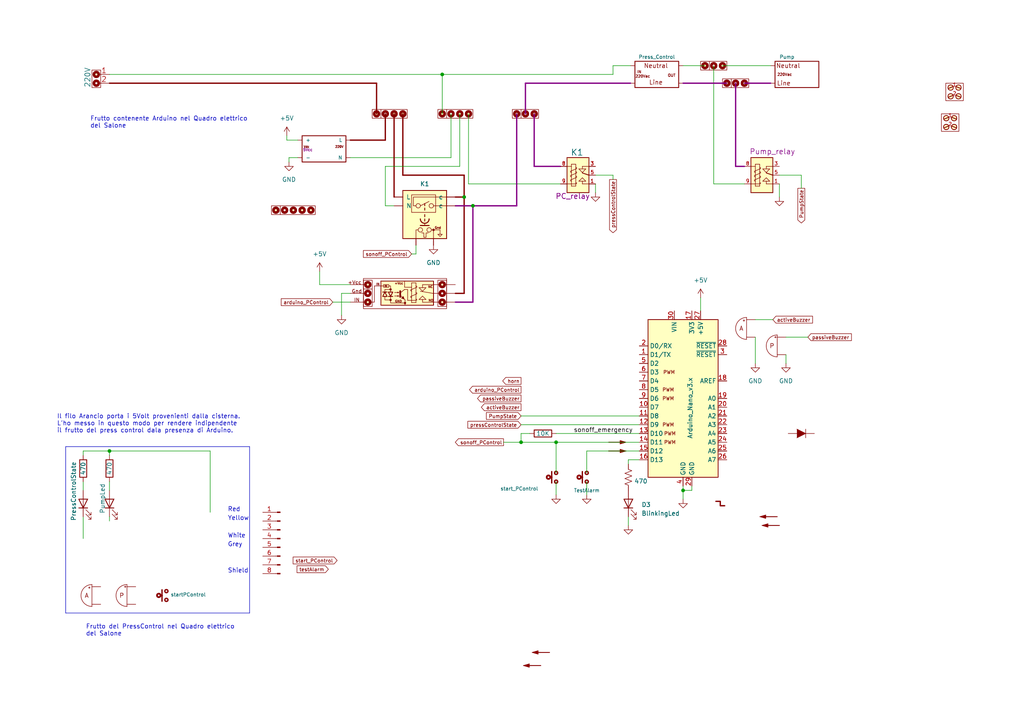
<source format=kicad_sch>
(kicad_sch (version 20231120) (generator "eeschema") (generator_version "8.0")
  (paper "A4")
  (title_block (title "Allarme per pompa cisterna") (date "2020-02-16") (rev "1.1") (comment 2 "Esaurito un determinato tempo Arduino provvede direttamente a spegnere la pompa") (comment 3 "Il tutto prosegue fino a che la pompa si spegne") (comment 4 "Quando la pompa si accende Arduino provvede ad emettere dei suoni "))
  (lib_symbols
    (symbol "Connector:Conn_01x08_Pin" (pin_names (offset 1.016) hide)
      (property "Reference" "J" (at 0 10.16 0))
      (property "Value" "Conn_01x08_Pin" (at 0 -12.7 0))
      (symbol "Conn_01x08_Pin_1_1"
        (polyline (pts (xy 1.27 -10.16) (xy 0.8636 -10.16)) (stroke (width 0.1524)))
        (polyline (pts (xy 1.27 -7.62) (xy 0.8636 -7.62)) (stroke (width 0.1524)))
        (polyline (pts (xy 1.27 -5.08) (xy 0.8636 -5.08)) (stroke (width 0.1524)))
        (polyline (pts (xy 1.27 -2.54) (xy 0.8636 -2.54)) (stroke (width 0.1524)))
        (polyline (pts (xy 1.27 0) (xy 0.8636 0)) (stroke (width 0.1524)))
        (polyline (pts (xy 1.27 2.54) (xy 0.8636 2.54)) (stroke (width 0.1524)))
        (polyline (pts (xy 1.27 5.08) (xy 0.8636 5.08)) (stroke (width 0.1524)))
        (polyline (pts (xy 1.27 7.62) (xy 0.8636 7.62)) (stroke (width 0.1524)))
        (rectangle (start 0.8636 -10.033) (end 0 -10.287) (stroke (width 0.1524)) (fill (type outline)))
        (rectangle (start 0.8636 -7.493) (end 0 -7.747) (stroke (width 0.1524)) (fill (type outline)))
        (rectangle (start 0.8636 -4.953) (end 0 -5.207) (stroke (width 0.1524)) (fill (type outline)))
        (rectangle (start 0.8636 -2.413) (end 0 -2.667) (stroke (width 0.1524)) (fill (type outline)))
        (rectangle (start 0.8636 0.127) (end 0 -0.127) (stroke (width 0.1524)) (fill (type outline)))
        (rectangle (start 0.8636 2.667) (end 0 2.413) (stroke (width 0.1524)) (fill (type outline)))
        (rectangle (start 0.8636 5.207) (end 0 4.953) (stroke (width 0.1524)) (fill (type outline)))
        (rectangle (start 0.8636 7.747) (end 0 7.493) (stroke (width 0.1524)) (fill (type outline)))
        (pin passive line (at 5.08 7.62 180) (length 3.81) (name "Pin_1") (number "1"))
        (pin passive line (at 5.08 5.08 180) (length 3.81) (name "Pin_2") (number "2"))
        (pin passive line (at 5.08 2.54 180) (length 3.81) (name "Pin_3") (number "3"))
        (pin passive line (at 5.08 0 180) (length 3.81) (name "Pin_4") (number "4"))
        (pin passive line (at 5.08 -2.54 180) (length 3.81) (name "Pin_5") (number "5"))
        (pin passive line (at 5.08 -5.08 180) (length 3.81) (name "Pin_6") (number "6"))
        (pin passive line (at 5.08 -7.62 180) (length 3.81) (name "Pin_7") (number "7"))
        (pin passive line (at 5.08 -10.16 180) (length 3.81) (name "Pin_8") (number "8"))
      )
    )
    (symbol "Device:LED" (pin_numbers hide) (pin_names (offset 1.016) hide)
      (property "Reference" "D" (at 0 2.54 0))
      (property "Value" "LED" (at 0 -2.54 0))
      (symbol "LED_0_1"
        (polyline (pts (xy -1.27 -1.27) (xy -1.27 1.27)) (stroke (width 0.254)))
        (polyline (pts (xy -1.27 0) (xy 1.27 0)))
        (polyline (pts (xy 1.27 -1.27) (xy 1.27 1.27) (xy -1.27 0) (xy 1.27 -1.27)) (stroke (width 0.254)))
        (polyline (pts (xy -3.048 -0.762) (xy -4.572 -2.286) (xy -3.81 -2.286) (xy -4.572 -2.286) (xy -4.572 -1.524)))
        (polyline (pts (xy -1.778 -0.762) (xy -3.302 -2.286) (xy -2.54 -2.286) (xy -3.302 -2.286) (xy -3.302 -1.524)))
      )
      (symbol "LED_1_1"
        (pin passive line (at -3.81 0 0) (length 2.54) (name "K") (number "1"))
        (pin passive line (at 3.81 0 180) (length 2.54) (name "A") (number "2"))
      )
    )
    (symbol "Device:R" (pin_numbers hide) (pin_names (offset 0))
      (property "Reference" "R" (at 2.032 0 90))
      (property "Value" "R" (at 0 0 90))
      (symbol "R_0_1"
        (rectangle (start -1.016 -2.54) (end 1.016 2.54) (stroke (width 0.254)))
      )
      (symbol "R_1_1"
        (pin passive line (at 0 3.81 270) (length 1.27) (name "~") (number "1"))
        (pin passive line (at 0 -3.81 90) (length 1.27) (name "~") (number "2"))
      )
    )
    (symbol "Device:R_US" (pin_numbers hide) (pin_names (offset 0))
      (property "Reference" "R" (at 2.54 0 90))
      (property "Value" "R_US" (at -2.54 0 90))
      (symbol "R_US_0_1"
        (polyline (pts (xy 0 -2.286) (xy 0 -2.54)))
        (polyline (pts (xy 0 2.286) (xy 0 2.54)))
        (polyline (pts (xy 0 -0.762) (xy 1.016 -1.143) (xy 0 -1.524) (xy -1.016 -1.905) (xy 0 -2.286)))
        (polyline (pts (xy 0 0.762) (xy 1.016 0.381) (xy 0 0) (xy -1.016 -0.381) (xy 0 -0.762)))
        (polyline (pts (xy 0 2.286) (xy 1.016 1.905) (xy 0 1.524) (xy -1.016 1.143) (xy 0 0.762)))
      )
      (symbol "R_US_1_1"
        (pin passive line (at 0 3.81 270) (length 1.27) (name "~") (number "1"))
        (pin passive line (at 0 -3.81 90) (length 1.27) (name "~") (number "2"))
      )
    )
    (symbol "Graphic:SYM_Arrow_Normal" (pin_names (offset 1.016))
      (symbol "SYM_Arrow_Normal_0_1"
        (polyline (pts (xy 1.524 0) (xy -2.54 0)) (stroke (width 0.254)))
        (polyline (pts (xy 2.54 0) (xy 0.762 -0.508) (xy 0.762 0.508) (xy 2.54 0)) (fill (type outline)))
      )
    )
    (symbol "LnConnectors:CONN_02" (pin_names (offset 0.762) hide)
      (property "Reference" "J" (at 0 8.89 0))
      (property "Value" "CONN_02" (at 0 5.08 0))
      (symbol "CONN_02_0_1"
        (rectangle (start -1.27 7.62) (end 1.27 2.54))
        (circle (center 0 3.81) (radius 0.6858) (stroke (width 0.762)))
        (circle (center 0 6.35) (radius 0.6858) (stroke (width 0.762)) (fill (type background)))
      )
      (symbol "CONN_02_1_1"
        (pin passive line (at 3.81 6.35 180) (length 3.175) (name "1") (number "1"))
        (pin passive line (at 3.81 3.81 180) (length 3.175) (name "2") (number "2"))
      )
    )
    (symbol "LnDevice:Alimentatore" (pin_names (offset 1.016))
      (property "Reference" "Al" (at 0 1.905 0))
      (property "Value" "Alimentatore" (at 0 -2.54 0))
      (symbol "Alimentatore_0_0"
        (text "Vdc" (at 5.08 0.635 0) (effects (font (size 0.635 0.635))))
      )
      (symbol "Alimentatore_0_1"
        (rectangle (start -6.35 3.81) (end 6.35 -3.81) (stroke (width 0.254)))
        (pin power_out line (at 7.62 2.54 180) (length 1.27) (name "+") (number "~"))
        (pin power_out line (at 7.62 -2.54 180) (length 1.27) (name "-") (number "~"))
        (pin power_in line (at -7.62 2.54 0) (length 1.27) (name "L") (number "~"))
        (pin power_in line (at -7.62 -2.54 0) (length 1.27) (name "N") (number "~"))
      )
      (symbol "Alimentatore_1_0"
        (text "220V" (at -4.445 0.635 0) (effects (font (size 0.635 0.635))))
      )
    )
    (symbol "LnDevice:Edge" (pin_numbers hide) (pin_names (offset 0))
      (symbol "Edge_0_1"
        (polyline (pts (xy -1.27 1.905) (xy 0 1.905) (xy 0 0.635) (xy 1.27 0.635)) (stroke (width 0.381)))
      )
    )
    (symbol "LnDevice:PulsanteNO" (pin_numbers hide) (pin_names (offset 1.016) hide)
      (property "Reference" "SW" (at 3.81 2.794 0))
      (property "Value" "PulsanteNO" (at 0 -2.032 0))
      (symbol "PulsanteNO_0_1"
        (circle (center -1.27 0) (radius 0.4572) (stroke (width 0.381)))
        (polyline (pts (xy -1.651 1.27) (xy 1.651 1.27)) (stroke (width 0.381)))
        (polyline (pts (xy 0 1.651) (xy 0 1.27)) (stroke (width 0.508)))
        (circle (center 0.0254 2.2098) (radius 0.508) (stroke (width 0.508)))
        (circle (center 1.27 0) (radius 0.4572) (stroke (width 0.381)))
        (pin passive line (at -1.27 0 0) (length 0.0254) (name "1") (number "1"))
        (pin passive line (at 1.27 0 180) (length 0.0254) (name "2") (number "2"))
      )
    )
    (symbol "LnDevice:RELAY_1RT" (pin_names (offset 1.016) hide)
      (property "Reference" "K" (at -1.27 5.08 0))
      (property "Value" "RELAY_1RT" (at 0 -5.08 0))
      (symbol "RELAY_1RT_0_1"
        (rectangle (start -3.175 6.35) (end 3.175 -3.81) (stroke (width 0.254)) (fill (type background)))
        (polyline (pts (xy -3.175 -1.27) (xy -1.905 -1.27)))
        (polyline (pts (xy -3.175 3.81) (xy -1.905 3.81)))
        (polyline (pts (xy -1.905 4.445) (xy -1.905 -1.905)))
        (polyline (pts (xy -1.905 4.445) (xy -0.635 4.445)))
        (polyline (pts (xy -0.635 -1.905) (xy -1.905 -1.905)))
        (polyline (pts (xy -0.635 4.445) (xy -0.635 -1.905)))
        (polyline (pts (xy 0.254 -0.4826) (xy 2.2606 -0.4826)))
        (polyline (pts (xy 0.254 3.0734) (xy 2.2606 3.0734)))
        (polyline (pts (xy 1.27 -1.27) (xy 1.27 -0.762)))
        (polyline (pts (xy 1.27 -0.762) (xy 1.27 -0.4826)))
        (polyline (pts (xy 1.27 0.508) (xy 0.254 -0.4826)))
        (polyline (pts (xy 1.27 1.905) (xy 3.175 1.27)) (stroke (width 0.254)))
        (polyline (pts (xy 1.27 2.032) (xy 0.254 3.0734)))
        (polyline (pts (xy 1.27 3.81) (xy 1.27 3.175)))
        (polyline (pts (xy 1.27 3.81) (xy 3.175 3.81)))
        (polyline (pts (xy 2.2606 -0.4826) (xy 1.27 0.508)))
        (polyline (pts (xy 2.2606 3.0734) (xy 1.27 2.032)))
        (polyline (pts (xy 3.175 -1.27) (xy 1.27 -1.27)))
        (polyline (pts (xy -1.905 -1.27) (xy -0.635 -1.27) (xy -0.381 -1.143) (xy -0.381 -1.016) (xy -0.635 -0.889)))
        (polyline (pts (xy -1.905 -0.508) (xy -2.159 -0.381) (xy -2.159 -0.127) (xy -0.381 0.635) (xy -0.381 0.889) (xy -0.635 1.016)))
        (polyline (pts (xy -1.905 0.762) (xy -2.159 0.889) (xy -2.159 1.143) (xy -0.381 1.905) (xy -0.381 2.159) (xy -0.635 2.286)))
        (polyline (pts (xy -1.905 2.032) (xy -2.159 2.159) (xy -2.159 2.413) (xy -0.381 3.175) (xy -0.381 3.429) (xy -0.635 3.556)))
      )
      (symbol "RELAY_1RT_1_1"
        (pin passive line (at 5.08 -1.27 180) (length 1.905) (name "T1") (number "1"))
        (pin passive line (at 5.08 3.81 180) (length 1.905) (name "R1") (number "3"))
        (pin passive line (at 5.08 1.27 180) (length 1.905) (name "C1") (number "5"))
        (pin input line (at -5.08 3.81 0) (length 1.905) (name "8") (number "8"))
        (pin input line (at -5.08 -1.27 0) (length 1.905) (name "9") (number "9"))
      )
    )
    (symbol "lnConnectors:Mammuth_02a" (pin_names (offset 0.762) hide)
      (property "Reference" "MM" (at 1.27 3.81 0))
      (property "Value" "Mammuth_02a" (at 1.27 2.54 0))
      (symbol "Mammuth_02a_0_1"
        (circle (center -1.143 -2.54) (radius 0.762) (stroke (width 0.254)) (fill (type background)))
        (circle (center -1.143 0) (radius 0.762) (stroke (width 0.254)) (fill (type background)))
        (polyline (pts (xy -0.508 -2.286) (xy -1.778 -2.794)) (stroke (width 0.254)))
        (polyline (pts (xy -0.508 0.254) (xy -1.778 -0.254)) (stroke (width 0.254)))
        (polyline (pts (xy 0.508 -2.286) (xy 1.778 -2.794)) (stroke (width 0.254)))
        (polyline (pts (xy 0.508 0.254) (xy 1.778 -0.254)) (stroke (width 0.254)))
        (polyline (pts (xy -2.54 1.27) (xy 2.54 1.27) (xy 2.54 -3.81) (xy -2.54 -3.81) (xy -2.54 1.27)))
        (circle (center 1.143 -2.54) (radius 0.762) (stroke (width 0.254)) (fill (type background)))
        (circle (center 1.143 0) (radius 0.762) (stroke (width 0.254)) (fill (type background)))
      )
      (symbol "Mammuth_02a_1_1"
        (pin passive line (at 0 0 0) (length 0) (name "1") (number "1"))
        (pin passive line (at 0 -2.54 0) (length 0) (name "2") (number "2"))
      )
    )
    (symbol "lnConnectors:SIP_03" (pin_names (offset 0.762) hide)
      (property "Reference" "J" (at 0 8.89 0))
      (property "Value" "SIP_03" (at 0 -1.27 0))
      (symbol "SIP_03_0_1"
        (rectangle (start -1.27 7.62) (end 1.27 0))
        (polyline (pts (xy -1.27 5.08) (xy 1.27 5.08)))
        (circle (center 0 1.27) (radius 0.6858) (stroke (width 0.762)) (fill (type background)))
        (circle (center 0 3.81) (radius 0.6858) (stroke (width 0.762)))
        (circle (center 0 6.35) (radius 0.6858) (stroke (width 0.762)) (fill (type background)))
      )
      (symbol "SIP_03_1_1"
        (pin passive line (at 0 6.35 180) (length 0) hide (name "1") (number "1"))
        (pin passive line (at 0 3.81 180) (length 0) hide (name "2") (number "2"))
        (pin passive line (at 0 1.27 180) (length 0) hide (name "3") (number "3"))
      )
    )
    (symbol "lnConnectors:SIP_04" (pin_names (offset 0.762) hide)
      (property "Reference" "J" (at 0 8.89 0))
      (property "Value" "SIP_04" (at 0 -3.81 0))
      (symbol "SIP_04_0_1"
        (rectangle (start -1.27 7.62) (end 1.27 -2.54))
        (circle (center 0 -1.27) (radius 0.6858) (stroke (width 0.762)) (fill (type background)))
        (polyline (pts (xy -1.27 5.08) (xy 1.27 5.08)))
        (circle (center 0 1.27) (radius 0.6858) (stroke (width 0.762)) (fill (type background)))
        (circle (center 0 3.81) (radius 0.6858) (stroke (width 0.762)))
        (circle (center 0 6.35) (radius 0.6858) (stroke (width 0.762)) (fill (type background)))
      )
      (symbol "SIP_04_1_1"
        (pin passive line (at 0 6.35 180) (length 0) hide (name "1") (number "1"))
        (pin passive line (at 0 3.81 180) (length 0) hide (name "2") (number "2"))
        (pin passive line (at 0 1.27 180) (length 0) hide (name "3") (number "3"))
        (pin passive line (at 0 -1.27 180) (length 0) hide (name "4") (number "4"))
      )
    )
    (symbol "lnConnectors:SIP_05" (pin_names (offset 0.762) hide)
      (property "Reference" "J" (at 0 8.89 0))
      (property "Value" "SIP_05" (at 0.381 -8.763 0))
      (symbol "SIP_05_0_1"
        (rectangle (start -1.27 6.35) (end 1.27 -6.35))
        (circle (center 0 -5.08) (radius 0.6858) (stroke (width 0.762)) (fill (type background)))
        (circle (center 0 -2.54) (radius 0.6858) (stroke (width 0.762)) (fill (type background)))
        (polyline (pts (xy -1.27 3.81) (xy 1.27 3.81)))
        (circle (center 0 0) (radius 0.6858) (stroke (width 0.762)) (fill (type background)))
        (circle (center 0 2.54) (radius 0.6858) (stroke (width 0.762)))
        (circle (center 0 5.08) (radius 0.6858) (stroke (width 0.762)) (fill (type background)))
      )
      (symbol "SIP_05_1_1"
        (pin passive line (at 0 5.08 180) (length 0) hide (name "1") (number "1"))
        (pin passive line (at 0 2.54 180) (length 0) hide (name "2") (number "2"))
        (pin passive line (at 0 0 180) (length 0) hide (name "3") (number "3"))
        (pin passive line (at 0 -2.54 180) (length 0) hide (name "4") (number "4"))
        (pin passive line (at 0 -5.08 180) (length 0) hide (name "5") (number "5"))
      )
    )
    (symbol "lnDevice:Buzzer Active" (pin_names (offset 0.0254) hide)
      (property "Reference" "BZ" (at 3.81 1.27 0))
      (property "Value" "Buzzer Active" (at 3.81 -1.27 0))
      (symbol "Buzzer Active_0_1"
        (arc (start 0 -3.175) (mid 3.1612 0) (end 0 3.175))
        (polyline (pts (xy 0 3.175) (xy 0 -3.175)))
        (polyline (pts (xy 0.508 2.286) (xy 1.016 2.286)))
        (polyline (pts (xy 0.762 2.54) (xy 0.762 2.032)))
      )
      (symbol "Buzzer Active_1_1"
        (text "A" (at 1.524 0 0) (effects (font (size 1.27 1.27))))
        (pin power_in line (at -2.54 2.54 0) (length 2.54) (name "+") (number ""))
        (pin power_in line (at -2.54 -2.54 0) (length 2.54) (name "-") (number ""))
      )
    )
    (symbol "lnDevice:Buzzer Passive" (pin_names (offset 0.0254) hide)
      (property "Reference" "BZ" (at 3.81 1.27 0))
      (property "Value" "Buzzer" (at 3.81 -1.27 0))
      (symbol "Buzzer Passive_0_1"
        (arc (start 0 -3.175) (mid 3.1612 0) (end 0 3.175))
        (polyline (pts (xy 0 3.175) (xy 0 -3.175)))
        (polyline (pts (xy 0.254 2.54) (xy 0.762 2.54)))
        (polyline (pts (xy 0.508 2.794) (xy 0.508 2.286)))
      )
      (symbol "Buzzer Passive_1_1"
        (text "P" (at 1.524 0 0) (effects (font (size 1.27 1.27))))
        (pin power_in line (at -2.54 2.54 0) (length 2.54) (name "+") (number ""))
        (pin power_in line (at -2.54 -2.54 0) (length 2.54) (name "-") (number ""))
      )
    )
    (symbol "lnDevice:Press_Control" (pin_names (offset 1.016) hide)
      (property "Value" "Press_Control" (at 6.858 7.112 0))
      (symbol "Press_Control_0_0"
        (text "Line" (at 7.366 0.254 0) (effects (font (size 1.27 1.27))))
        (text "Neutral" (at 7.366 5.08 0) (effects (font (size 1.27 1.27))))
      )
      (symbol "Press_Control_0_1"
        (rectangle (start 13.97 -1.27) (end 1.27 6.35) (stroke (width 0.254)))
        (pin input line (at 0 0 0) (length 1.27) (name "1") (number "~"))
      )
      (symbol "Press_Control_1_1"
        (text "220Vac" (at 3.556 2.032 0) (effects (font (size 0.762 0.762))))
        (text "IN" (at 2.54 3.302 0) (effects (font (size 0.762 0.762))))
        (text "OUT" (at 11.938 2.286 0) (effects (font (size 0.762 0.762))))
        (pin output line (at 15.24 0 180) (length 1.27) (name "1") (number "~"))
        (pin input line (at 0 5.08 0) (length 1.27) (name "2") (number "~"))
        (pin output line (at 15.24 5.08 180) (length 1.27) (name "2") (number "~"))
      )
    )
    (symbol "lnDevice:Pump" (pin_names (offset 1.016) hide)
      (property "Reference" "P" (at 10.16 3.81 0))
      (property "Value" "Pump" (at 7.874 7.112 0))
      (symbol "Pump_0_0"
        (text "Line" (at 3.81 0 0) (effects (font (size 1.27 1.27))))
        (text "Neutral" (at 5.08 5.08 0) (effects (font (size 1.27 1.27))))
      )
      (symbol "Pump_0_1"
        (rectangle (start 13.97 -1.27) (end 1.27 6.35) (stroke (width 0.254)))
        (pin input line (at 0 0 0) (length 1.27) (name "1") (number "~"))
      )
      (symbol "Pump_1_1"
        (text "220Vac" (at 4.064 2.54 0) (effects (font (size 0.762 0.762))))
        (pin input line (at 0 5.08 0) (length 1.27) (name "2") (number "~"))
      )
    )
    (symbol "lnDevice:Relayx1_Module" (pin_numbers hide) (pin_names (offset -4.572) hide)
      (symbol "Relayx1_Module_0_0"
        (rectangle (start -1.27 1.778) (end 22.86 -6.985))
        (polyline (pts (xy 10.668 -0.762) (xy 10.668 0.889)))
        (polyline (pts (xy 10.795 -4.445) (xy 10.795 -5.969)))
        (polyline (pts (xy 19.05 -5.08) (xy 20.701 -5.08)))
        (polyline (pts (xy 19.05 -2.54) (xy 20.828 -2.54)))
        (polyline (pts (xy 19.05 0) (xy 20.955 0)))
        (polyline (pts (xy 6.604 -3.429) (xy 6.604 -5.334) (xy 10.795 -5.334)))
        (polyline (pts (xy 6.604 -2.159) (xy 6.604 -0.381) (xy 6.096 -0.381)))
        (polyline (pts (xy 10.668 -1.397) (xy 11.557 -1.397) (xy 11.557 -4.572)))
        (polyline (pts (xy 0.635 -5.08) (xy 1.905 -5.08) (xy 1.905 -0.381) (xy 4.572 -0.381)))
        (polyline (pts (xy 6.096 0) (xy 6.096 -0.762) (xy 4.572 -0.762) (xy 4.572 0) (xy 6.096 0)))
        (text "" (at -26.5047 -7.2227 0) (effects (font (size 1.27 1.27))))
        (text "IN" (at 2.921 0.127 0) (effects (font (size 0.635 0.635))))
        (text "NC" (at 18.161 -0.635 0) (effects (font (size 0.635 0.635))))
        (text "NO" (at 18.288 -4.572 0) (effects (font (size 0.635 0.635))))
        (text "R" (at 5.334 -0.381 900) (effects (font (size 0.635 0.635))))
      )
      (symbol "Relayx1_Module_0_1"
        (rectangle (start -1.27 1.27) (end 1.27 -6.35))
        (circle (center 0 -5.08) (radius 0.6858) (stroke (width 0.762)) (fill (type background)))
        (circle (center 0 -2.54) (radius 0.6858) (stroke (width 0.762)))
        (polyline (pts (xy -1.27 -1.27) (xy 1.27 -1.27)))
        (polyline (pts (xy 15.24 -1.9304) (xy 19.05 -2.5654)))
        (polyline (pts (xy 4.953 -3.429) (xy 4.953 -4.445) (xy 6.604 -4.445)))
        (polyline (pts (xy 4.953 -2.159) (xy 4.953 -1.397) (xy 6.604 -1.397)))
        (circle (center 0 0) (radius 0.6858) (stroke (width 0.762)) (fill (type background)))
        (rectangle (start 20.32 1.27) (end 22.86 -6.35))
        (circle (center 21.59 -5.08) (radius 0.6858) (stroke (width 0.762)) (fill (type background)))
        (circle (center 21.59 -2.54) (radius 0.6858) (stroke (width 0.762)))
        (circle (center 21.59 0) (radius 0.6858) (stroke (width 0.762)) (fill (type background)))
      )
      (symbol "Relayx1_Module_1_0"
        (text "+Vcc" (at 9.017 0.381 0) (effects (font (size 0.635 0.635))))
        (text "+Vcc\n" (at -3.81 0.635 0) (effects (font (size 1.016 1.016))))
        (text "GND" (at 8.89 -4.826 0) (effects (font (size 0.635 0.635))))
        (text "Gnd\n" (at -3.175 -1.905 0) (effects (font (size 1.016 1.016))))
        (text "IN" (at -3.175 -4.445 0) (effects (font (size 1.016 1.016))))
      )
      (symbol "Relayx1_Module_1_1"
        (polyline (pts (xy 4.318 -2.159) (xy 5.588 -2.159)) (stroke (width 0.254)))
        (polyline (pts (xy 5.969 -3.429) (xy 7.239 -3.429)) (stroke (width 0.254)))
        (polyline (pts (xy 9.398 -2.413) (xy 10.668 -1.397)))
        (polyline (pts (xy 10.668 -0.762) (xy 12.7 -0.762)))
        (polyline (pts (xy 10.795 -4.445) (xy 9.525 -3.175)) (fill (type outline)))
        (polyline (pts (xy 11.557 -4.572) (xy 12.7 -4.572)))
        (polyline (pts (xy 12.7 0.508) (xy 12.7 -5.207)))
        (polyline (pts (xy 12.7 0.508) (xy 13.97 0.508)))
        (polyline (pts (xy 13.97 -5.207) (xy 12.7 -5.207)))
        (polyline (pts (xy 13.97 0.508) (xy 13.97 -5.207)))
        (polyline (pts (xy 14.859 -4.318) (xy 16.8656 -4.318)))
        (polyline (pts (xy 14.859 -0.889) (xy 16.8656 -0.889)))
        (polyline (pts (xy 15.875 -5.1054) (xy 15.875 -4.5974)))
        (polyline (pts (xy 15.875 -4.5974) (xy 15.875 -4.318)))
        (polyline (pts (xy 15.875 -3.3274) (xy 14.859 -4.318)))
        (polyline (pts (xy 15.875 -1.9304) (xy 14.859 -0.889)))
        (polyline (pts (xy 15.875 -0.0254) (xy 15.875 -0.889)))
        (polyline (pts (xy 15.875 -0.0254) (xy 19.05 -0.0254)))
        (polyline (pts (xy 16.8656 -4.318) (xy 15.875 -3.3274)))
        (polyline (pts (xy 16.8656 -0.889) (xy 15.875 -1.9304)))
        (polyline (pts (xy 19.05 -5.1054) (xy 15.875 -5.1054)))
        (polyline (pts (xy 9.398 -1.905) (xy 9.398 -3.048) (xy 9.398 -3.556)) (stroke (width 0.508)))
        (polyline (pts (xy 4.953 -2.159) (xy 4.318 -3.429) (xy 5.588 -3.429) (xy 4.953 -2.159)) (stroke (width 0.254)))
        (polyline (pts (xy 6.604 -3.429) (xy 5.969 -2.159) (xy 7.239 -2.159) (xy 6.604 -3.429)) (stroke (width 0.254)))
        (polyline (pts (xy 7.747 -3.302) (xy 9.017 -3.302) (xy 8.636 -3.429) (xy 8.636 -3.175) (xy 9.017 -3.302)))
        (polyline (pts (xy 7.747 -2.286) (xy 9.017 -2.286) (xy 8.636 -2.413) (xy 8.636 -2.159) (xy 9.017 -2.286)))
        (polyline (pts (xy 9.779 -3.937) (xy 10.287 -3.429) (xy 10.541 -4.191) (xy 9.779 -3.937) (xy 9.779 -3.937)) (fill (type outline)))
        (polyline (pts (xy 12.7 -4.572) (xy 13.97 -4.572) (xy 14.224 -4.445) (xy 14.224 -4.318) (xy 13.97 -4.191)))
        (polyline (pts (xy 12.7 -3.81) (xy 12.446 -3.683) (xy 12.446 -3.429) (xy 14.224 -2.667) (xy 14.224 -2.413) (xy 13.97 -2.286)))
        (polyline (pts (xy 12.7 -1.905) (xy 12.446 -1.778) (xy 12.446 -1.524) (xy 14.224 -0.762) (xy 14.224 -0.508) (xy 13.97 -0.381)))
        (rectangle (start 3.81 1.016) (end 19.05 -5.969) (stroke (width 0.254)) (fill (type background)))
        (circle (center 6.604 -4.445) (radius 0.254) (fill (type outline)))
        (circle (center 6.604 -1.397) (radius 0.254) (fill (type outline)))
        (circle (center 10.795 -5.334) (radius 0.254) (fill (type outline)))
        (pin passive line (at 25.4 0 180) (length 3.175) (name "1") (number "1"))
        (pin power_in line (at -5.08 0 0) (length 4.445) (name "VCC") (number "1"))
        (pin passive line (at 25.4 -2.54 180) (length 3.175) (name "2") (number "2"))
        (pin power_in line (at -5.08 -2.54 0) (length 4.445) (name "GND") (number "2"))
        (pin passive line (at 25.4 -5.08 180) (length 3.175) (name "3") (number "3"))
        (pin input line (at -5.08 -5.08 0) (length 4.445) (name "IN1") (number "3"))
      )
    )
    (symbol "lnDevice:sOnOff_ClearContacts" (pin_names (offset 1.016))
      (property "Reference" "K" (at 3.175 -0.635 0))
      (property "Value" "sOnOff_ClearContacts" (at -5.08 10.16 0))
      (symbol "sOnOff_ClearContacts_0_0"
        (circle (center -1.27 -4.445) (radius 0.635))
        (polyline (pts (xy -1.905 -4.445) (xy -2.54 -4.445) (xy -2.54 -6.985)))
        (polyline (pts (xy 1.905 -4.445) (xy 2.54 -4.445) (xy 2.54 -6.985)))
        (polyline (pts (xy -3.81 5.715) (xy -3.81 0.635) (xy 3.175 0.635) (xy 3.175 5.715) (xy -3.81 5.715)))
        (circle (center 1.27 -4.445) (radius 0.635))
        (text "Gnd" (at 3.81 -3.81 0) (effects (font (size 0.635 0.635))))
      )
      (symbol "sOnOff_ClearContacts_0_1"
        (rectangle (start -6.35 6.985) (end 6.35 -6.985) (stroke (width 0.254)) (fill (type background)))
        (circle (center -1.905 2.54) (radius 0.635))
        (arc (start -1.27 -1.27) (mid 0 -2.5345) (end 1.27 -1.27) (stroke (width 0.3048)))
        (polyline (pts (xy -1.27 2.54) (xy 1.27 3.81)))
        (polyline (pts (xy 0 -2.54) (xy 0 -3.175)))
        (polyline (pts (xy 0 -1.27) (xy 0 -1.905)) (stroke (width 0.254)))
        (polyline (pts (xy 0 0) (xy 0 -0.635)) (stroke (width 0.254)))
        (polyline (pts (xy 0 1.905) (xy 0 1.27)) (stroke (width 0.254)))
        (polyline (pts (xy 0 3.175) (xy 0 2.54)) (stroke (width 0.254)))
        (polyline (pts (xy 1.27 -3.175) (xy -1.27 -3.175)) (stroke (width 0.3048)))
        (polyline (pts (xy 2.54 2.54) (xy 6.35 2.54)))
        (polyline (pts (xy 2.54 -4.445) (xy 4.445 -4.445) (xy 4.445 -5.715)))
        (polyline (pts (xy -2.54 2.54) (xy -3.302 2.54) (xy -3.302 5.08) (xy 6.35 5.08)))
        (polyline (pts (xy 3.81 -5.715) (xy 5.08 -5.715) (xy 4.445 -6.35) (xy 3.81 -5.715)))
        (polyline (pts (xy -0.889 -5.334) (xy -0.254 -5.334) (xy -0.254 -6.604) (xy 0.381 -6.604) (xy 0.381 -5.334) (xy 1.016 -5.334)))
        (circle (center 1.905 2.54) (radius 0.635))
        (circle (center 2.54 -4.445) (radius 0.2794) (fill (type outline)))
      )
      (symbol "sOnOff_ClearContacts_1_1"
        (pin power_in line (at -8.89 5.08 0) (length 2.54) (name "L") (number ""))
        (pin power_in line (at -8.89 2.54 0) (length 2.54) (name "N") (number ""))
        (pin bidirectional line (at 8.89 2.54 180) (length 2.54) (name "c") (number ""))
        (pin bidirectional line (at 8.89 5.08 180) (length 2.54) (name "c") (number ""))
        (pin passive line (at -2.54 -8.89 90) (length 1.905) (name "~") (number "~"))
        (pin passive line (at 2.54 -8.89 90) (length 1.905) (name "~") (number "~"))
      )
    )
    (symbol "lnDiodiTransistors:DIODE" (pin_numbers hide) (pin_names (offset 1.016) hide)
      (property "Reference" "D" (at 0 2.54 0))
      (property "Value" "DIODE" (at 0 -2.54 0))
      (symbol "DIODE_0_1"
        (polyline (pts (xy 1.27 1.27) (xy 1.27 -1.27)) (stroke (width 0.1524)))
        (polyline (pts (xy -1.27 1.27) (xy 1.27 0) (xy -1.27 -1.27)) (fill (type outline)))
      )
      (symbol "DIODE_1_1"
        (pin passive line (at -3.81 0 0) (length 2.54) (name "A") (number "1"))
        (pin passive line (at 3.81 0 180) (length 2.54) (name "K") (number "2"))
      )
    )
    (symbol "lnMicroController:Arduino_Nano_v3.x"
      (property "Reference" "A" (at -10.16 23.495 0))
      (property "Value" "Arduino_Nano_v3.x" (at 5.08 -24.13 0))
      (symbol "Arduino_Nano_v3.x_0_1"
        (rectangle (start -10.16 22.86) (end 10.16 -22.86) (stroke (width 0.254)) (fill (type background)))
      )
      (symbol "Arduino_Nano_v3.x_1_1"
        (text "PWM" (at -4.318 -7.62 0) (effects (font (size 1.016 1.016))))
        (text "PWM" (at -4.318 0 0) (effects (font (size 1.016 1.016))))
        (text "PWM" (at -4.318 2.54 0) (effects (font (size 1.016 1.016))))
        (text "PWM" (at -4.064 7.62 0) (effects (font (size 1.016 1.016))))
        (text "PWM" (at -3.81 -12.7 0) (effects (font (size 1.016 1.016))))
        (text "PWM" (at -3.81 -10.16 0) (effects (font (size 1.016 1.016))))
        (pin bidirectional line (at -12.7 12.7 0) (length 2.54) (name "D1/TX") (number "1"))
        (pin bidirectional line (at -12.7 -2.54 0) (length 2.54) (name "D7") (number "10"))
        (pin bidirectional line (at -12.7 -5.08 0) (length 2.54) (name "D8") (number "11"))
        (pin bidirectional line (at -12.7 -7.62 0) (length 2.54) (name "D9") (number "12"))
        (pin bidirectional line (at -12.7 -10.16 0) (length 2.54) (name "D10") (number "13"))
        (pin bidirectional line (at -12.7 -12.7 0) (length 2.54) (name "D11") (number "14"))
        (pin bidirectional line (at -12.7 -15.24 0) (length 2.54) (name "D12") (number "15"))
        (pin bidirectional line (at -12.7 -17.78 0) (length 2.54) (name "D13") (number "16"))
        (pin power_out line (at 2.54 25.4 270) (length 2.54) (name "3V3") (number "17"))
        (pin input line (at 12.7 5.08 180) (length 2.54) (name "AREF") (number "18"))
        (pin bidirectional line (at 12.7 0 180) (length 2.54) (name "A0") (number "19"))
        (pin bidirectional line (at -12.7 15.24 0) (length 2.54) (name "D0/RX") (number "2"))
        (pin bidirectional line (at 12.7 -2.54 180) (length 2.54) (name "A1") (number "20"))
        (pin bidirectional line (at 12.7 -5.08 180) (length 2.54) (name "A2") (number "21"))
        (pin bidirectional line (at 12.7 -7.62 180) (length 2.54) (name "A3") (number "22"))
        (pin bidirectional line (at 12.7 -10.16 180) (length 2.54) (name "A4") (number "23"))
        (pin bidirectional line (at 12.7 -12.7 180) (length 2.54) (name "A5") (number "24"))
        (pin bidirectional line (at 12.7 -15.24 180) (length 2.54) (name "A6") (number "25"))
        (pin bidirectional line (at 12.7 -17.78 180) (length 2.54) (name "A7") (number "26"))
        (pin power_out line (at 5.08 25.4 270) (length 2.54) (name "+5V") (number "27"))
        (pin input line (at 12.7 15.24 180) (length 2.54) (name "~{RESET}") (number "28"))
        (pin power_in line (at 2.54 -25.4 90) (length 2.54) (name "GND") (number "29"))
        (pin input line (at 12.7 12.7 180) (length 2.54) (name "~{RESET}") (number "3"))
        (pin power_in line (at -2.54 25.4 270) (length 2.54) (name "VIN") (number "30"))
        (pin power_in line (at 0 -25.4 90) (length 2.54) (name "GND") (number "4"))
        (pin bidirectional line (at -12.7 10.16 0) (length 2.54) (name "D2") (number "5"))
        (pin bidirectional line (at -12.7 7.62 0) (length 2.54) (name "D3") (number "6"))
        (pin bidirectional line (at -12.7 5.08 0) (length 2.54) (name "D4") (number "7"))
        (pin bidirectional line (at -12.7 2.54 0) (length 2.54) (name "D5") (number "8"))
        (pin bidirectional line (at -12.7 0 0) (length 2.54) (name "D6") (number "9"))
      )
    )
    (symbol "power:+5V" (power) (pin_names (offset 0))
      (property "Value" "+5V" (at 0 3.556 0))
      (symbol "+5V_0_1"
        (polyline (pts (xy -0.762 1.27) (xy 0 2.54)))
        (polyline (pts (xy 0 0) (xy 0 2.54)))
        (polyline (pts (xy 0 2.54) (xy 0.762 1.27)))
      )
      (symbol "+5V_1_1"
        (pin power_in line (at 0 0 90) (length 0) hide (name "+5V") (number "1"))
      )
    )
    (symbol "power:GND" (power) (pin_names (offset 0))
      (property "Value" "GND" (at 0 -3.81 0))
      (symbol "GND_0_1"
        (polyline (pts (xy 0 0) (xy 0 -1.27) (xy 1.27 -1.27) (xy 0 -2.54) (xy -1.27 -1.27) (xy 0 -1.27)))
      )
      (symbol "GND_1_1"
        (pin power_in line (at 0 0 270) (length 0) hide (name "GND") (number "1"))
      )
    )
  )
  (junction (at 198.12 142.24))
  (junction (at 161.29 128.27))
  (junction (at 31.75 130.81))
  (junction (at 137.16 59.69))
  (junction (at 134.62 57.15))
  (junction (at 128.27 21.59))
  (junction (at 151.13 128.27))
  (wire (pts (xy 134.62 57.15) (xy 134.62 50.8)) (stroke (width 0.381) (color 132 0 0 1)))
  (wire (pts (xy 31.75 130.81) (xy 31.75 132.08)))
  (wire (pts (xy 215.9 53.34) (xy 207.01 53.34)))
  (wire (pts (xy 185.42 130.81) (xy 170.18 130.81)))
  (wire (pts (xy 177.8 50.8) (xy 172.72 50.8)))
  (wire (pts (xy 101.6 45.72) (xy 130.81 45.72)))
  (wire (pts (xy 134.62 50.8) (xy 116.84 50.8)) (stroke (width 0.381) (color 132 0 0 1)))
  (wire (pts (xy 219.075 92.71) (xy 224.155 92.71)))
  (wire (pts (xy 161.29 139.7) (xy 161.29 143.51)))
  (wire (pts (xy 24.13 130.81) (xy 31.75 130.81)))
  (wire (pts (xy 130.81 45.72) (xy 130.81 33.02)))
  (wire (pts (xy 24.13 149.86) (xy 24.13 156.21)))
  (wire (pts (xy 31.75 139.7) (xy 31.75 142.24)))
  (wire (pts (xy 154.94 33.02) (xy 154.94 48.26)) (stroke (width 0.381) (color 132 0 132 1)))
  (wire (pts (xy 134.62 57.15) (xy 134.62 85.09)) (stroke (width 0.381) (color 132 0 0 1)))
  (wire (pts (xy 182.245 152.4) (xy 182.245 149.86)))
  (wire (pts (xy 198.12 142.24) (xy 198.12 140.97)))
  (wire (pts (xy 99.06 85.09) (xy 99.06 91.44)))
  (wire (pts (xy 149.86 33.02) (xy 149.86 59.69)) (stroke (width 0.381) (color 132 0 132 1)))
  (wire (pts (xy 101.6 40.64) (xy 111.76 40.64)) (stroke (width 0.381) (color 132 0 0 1)))
  (wire (pts (xy 234.315 97.79) (xy 227.965 97.79)))
  (wire (pts (xy 116.84 50.8) (xy 116.84 33.02)) (stroke (width 0.381) (color 132 0 0 1)))
  (wire (pts (xy 151.13 123.19) (xy 185.42 123.19)))
  (wire (pts (xy 133.35 33.02) (xy 133.35 48.26)))
  (wire (pts (xy 132.08 87.63) (xy 137.16 87.63)) (stroke (width 0.381) (color 132 0 132 1)))
  (wire (pts (xy 146.05 128.27) (xy 151.13 128.27)))
  (wire (pts (xy 31.75 130.81) (xy 60.96 130.81)))
  (polyline (pts (xy 19.05 129.54) (xy 72.39 129.54)))
  (wire (pts (xy 226.06 57.15) (xy 226.06 53.34)))
  (wire (pts (xy 161.29 128.27) (xy 161.29 137.16)))
  (wire (pts (xy 161.29 125.73) (xy 185.42 125.73)))
  (wire (pts (xy 60.96 130.81) (xy 60.96 148.59)))
  (wire (pts (xy 200.66 140.97) (xy 200.66 142.24)))
  (wire (pts (xy 111.76 59.69) (xy 114.3 59.69)))
  (wire (pts (xy 24.13 130.81) (xy 24.13 132.08)))
  (wire (pts (xy 137.16 59.69) (xy 137.16 87.63)) (stroke (width 0.381) (color 132 0 132 1)))
  (wire (pts (xy 219.075 105.41) (xy 219.075 97.79)))
  (wire (pts (xy 198.12 19.05) (xy 204.47 19.05)))
  (wire (pts (xy 120.65 71.12) (xy 120.65 73.66)))
  (wire (pts (xy 31.75 149.86) (xy 31.75 151.13)))
  (wire (pts (xy 185.42 128.27) (xy 161.29 128.27)))
  (wire (pts (xy 114.3 33.02) (xy 114.3 57.15)) (stroke (width 0.381) (color 132 0 0 1)))
  (wire (pts (xy 227.965 105.41) (xy 227.965 102.87)))
  (polyline (pts (xy 72.39 129.54) (xy 72.39 177.8)))
  (wire (pts (xy 213.36 48.26) (xy 215.9 48.26)) (stroke (width 0.381) (color 132 0 132 1)))
  (wire (pts (xy 198.12 24.13) (xy 210.82 24.13)) (stroke (width 0.381) (color 132 0 132 1)))
  (wire (pts (xy 83.185 40.64) (xy 83.185 39.37)))
  (wire (pts (xy 137.16 59.69) (xy 149.86 59.69)) (stroke (width 0.381) (color 132 0 132 1)))
  (wire (pts (xy 182.245 133.35) (xy 182.245 134.62)))
  (wire (pts (xy 177.8 21.59) (xy 177.8 19.05)))
  (wire (pts (xy 153.67 125.73) (xy 151.13 125.73)))
  (wire (pts (xy 151.13 125.73) (xy 151.13 128.27)))
  (wire (pts (xy 92.71 82.55) (xy 92.71 78.74)))
  (wire (pts (xy 198.12 144.78) (xy 198.12 142.24)))
  (wire (pts (xy 120.65 73.66) (xy 119.38 73.66)))
  (wire (pts (xy 170.18 139.7) (xy 170.18 143.51)))
  (wire (pts (xy 209.55 19.05) (xy 223.52 19.05)))
  (wire (pts (xy 128.27 21.59) (xy 177.8 21.59)))
  (wire (pts (xy 134.62 85.09) (xy 132.08 85.09)) (stroke (width 0.381) (color 132 0 0 1)))
  (wire (pts (xy 101.6 82.55) (xy 92.71 82.55)))
  (wire (pts (xy 111.76 48.26) (xy 133.35 48.26)))
  (wire (pts (xy 162.56 53.34) (xy 135.89 53.34)))
  (wire (pts (xy 200.66 142.24) (xy 198.12 142.24)))
  (wire (pts (xy 151.13 128.27) (xy 161.29 128.27)))
  (wire (pts (xy 232.41 50.8) (xy 232.41 54.61)))
  (polyline (pts (xy 19.05 177.8) (xy 19.05 129.54)))
  (wire (pts (xy 31.75 24.13) (xy 109.22 24.13)) (stroke (width 0.381) (color 132 0 0 1)))
  (wire (pts (xy 151.13 120.65) (xy 185.42 120.65)))
  (wire (pts (xy 128.27 21.59) (xy 128.27 33.02)))
  (wire (pts (xy 226.06 50.8) (xy 232.41 50.8)))
  (wire (pts (xy 109.22 24.13) (xy 109.22 33.02)) (stroke (width 0.381) (color 132 0 0 1)))
  (wire (pts (xy 101.6 85.09) (xy 99.06 85.09)))
  (wire (pts (xy 31.75 21.59) (xy 128.27 21.59)))
  (wire (pts (xy 177.8 50.8) (xy 177.8 52.07)))
  (wire (pts (xy 135.89 53.34) (xy 135.89 33.02)))
  (wire (pts (xy 86.36 40.64) (xy 83.185 40.64)))
  (wire (pts (xy 111.76 33.02) (xy 111.76 40.64)) (stroke (width 0.381) (color 132 0 0 1)))
  (wire (pts (xy 154.94 48.26) (xy 162.56 48.26)) (stroke (width 0.381) (color 132 0 132 1)))
  (wire (pts (xy 137.16 59.69) (xy 132.08 59.69)) (stroke (width 0.381) (color 132 0 132 1)))
  (wire (pts (xy 185.42 133.35) (xy 182.245 133.35)))
  (wire (pts (xy 111.76 59.69) (xy 111.76 48.26)))
  (wire (pts (xy 152.4 24.13) (xy 152.4 33.02)) (stroke (width 0.381) (color 132 0 132 1)))
  (wire (pts (xy 203.2 86.36) (xy 203.2 90.17)))
  (polyline (pts (xy 72.39 177.8) (xy 19.05 177.8)))
  (wire (pts (xy 132.08 57.15) (xy 134.62 57.15)) (stroke (width 0.381) (color 132 0 0 1)))
  (wire (pts (xy 86.36 45.72) (xy 83.82 45.72)))
  (wire (pts (xy 177.8 19.05) (xy 182.88 19.05)))
  (wire (pts (xy 24.13 139.7) (xy 24.13 142.24)))
  (wire (pts (xy 83.82 45.72) (xy 83.82 46.99)))
  (wire (pts (xy 213.36 24.13) (xy 213.36 48.26)) (stroke (width 0.381) (color 132 0 132 1)))
  (wire (pts (xy 207.01 53.34) (xy 207.01 19.05)))
  (wire (pts (xy 170.18 130.81) (xy 170.18 137.16)))
  (wire (pts (xy 172.72 53.34) (xy 172.72 55.88)))
  (wire (pts (xy 152.4 24.13) (xy 182.88 24.13)) (stroke (width 0.381) (color 132 0 132 1)))
  (wire (pts (xy 96.52 87.63) (xy 101.6 87.63)))
  (wire (pts (xy 215.9 24.13) (xy 223.52 24.13)) (stroke (width 0.381) (color 132 0 132 1)))
  (text "White" (at 66.04 156.21 0) (effects (font (size 1.27 1.27)) (justify left bottom)))
  (text "Yellow" (at 66.04 151.13 0) (effects (font (size 1.27 1.27)) (justify left bottom)))
  (text "Red" (at 66.04 148.59 0) (effects (font (size 1.27 1.27)) (justify left bottom)))
  (text "Frutto contenente Arduino nel Quadro elettrico \ndel Salone" (at 26.162 37.338 0) (effects (font (size 1.27 1.27)) (justify left bottom)))
  (text "Grey" (at 66.04 158.75 0) (effects (font (size 1.27 1.27)) (justify left bottom)))
  (text "Il filo Arancio porta i 5Volt provenienti dalla cisterna. \nL'ho messo in questo modo per rendere indipendente\nil frutto del press control dala presenza di Arduino." (at 16.51 125.73 0) (effects (font (size 1.27 1.27)) (justify left bottom)))
  (text "Shield" (at 66.04 166.37 0) (effects (font (size 1.27 1.27)) (justify left bottom)))
  (text "Frutto del PressControl nel Quadro elettrico \ndel Salone" (at 24.892 184.658 0) (effects (font (size 1.27 1.27)) (justify left bottom)))
  (label "sonoff_emergency" (at 166.37 125.73 0))
  (global_label "pressControlState" (shape input) (at 151.13 123.19 180) (effects (font (size 1.016 1.016))) (property "Intersheetrefs" "${INTERSHEET_REFS}" (effects (hide yes))))
  (global_label "passiveBuzzer" (shape input) (at 234.315 97.79 0) (effects (font (size 1.016 1.016))) (property "Intersheetrefs" "${INTERSHEET_REFS}" (effects (hide yes))))
  (global_label "PumpState" (shape output) (at 232.41 54.61 270) (effects (font (size 1.016 1.016))) (property "Intersheetrefs" "${INTERSHEET_REFS}" (effects (hide yes))))
  (global_label "sonoff_PControl" (shape output) (at 146.05 128.27 180) (effects (font (size 1.016 1.016))) (property "Intersheetrefs" "${INTERSHEET_REFS}" (effects (hide yes))))
  (global_label "sonoff_PControl" (shape input) (at 119.38 73.66 180) (effects (font (size 1.016 1.016))) (property "Intersheetrefs" "${INTERSHEET_REFS}" (effects (hide yes))))
  (global_label "passiveBuzzer" (shape output) (at 151.13 115.57 180) (effects (font (size 1.016 1.016))) (property "Intersheetrefs" "${INTERSHEET_REFS}" (effects (hide yes))))
  (global_label "arduino_PControl" (shape input) (at 96.52 87.63 180) (effects (font (size 1.016 1.016))) (property "Intersheetrefs" "${INTERSHEET_REFS}" (effects (hide yes))))
  (global_label "pressControlState" (shape output) (at 177.8 52.07 270) (effects (font (size 1.016 1.016))) (property "Intersheetrefs" "${INTERSHEET_REFS}" (effects (hide yes))))
  (global_label "arduino_PControl" (shape output) (at 151.13 113.03 180) (effects (font (size 1.016 1.016))) (property "Intersheetrefs" "${INTERSHEET_REFS}" (effects (hide yes))))
  (global_label "horn" (shape output) (at 151.13 110.49 180) (effects (font (size 1.016 1.016))) (property "Intersheetrefs" "${INTERSHEET_REFS}" (effects (hide yes))))
  (global_label "testAlarm" (shape input) (at 95.25 165.1 180) (effects (font (size 1.016 1.016))) (property "Intersheetrefs" "${INTERSHEET_REFS}" (effects (hide yes))))
  (global_label "activeBuzzer" (shape output) (at 151.13 118.11 180) (effects (font (size 1.016 1.016))) (property "Intersheetrefs" "${INTERSHEET_REFS}" (effects (hide yes))))
  (global_label "activeBuzzer" (shape input) (at 224.155 92.71 0) (effects (font (size 1.016 1.016))) (property "Intersheetrefs" "${INTERSHEET_REFS}" (effects (hide yes))))
  (global_label "PumpState" (shape input) (at 151.13 120.65 180) (effects (font (size 1.016 1.016))) (property "Intersheetrefs" "${INTERSHEET_REFS}" (effects (hide yes))))
  (global_label "start_PControl" (shape input) (at 97.79 162.56 180) (effects (font (size 1.016 1.016))) (property "Intersheetrefs" "${INTERSHEET_REFS}" (effects (hide yes))))
  (symbol (lib_id "Device:R_US") (at 182.245 138.43 0) (unit 1)
    (property "Reference" "R?" (effects (hide yes)))
    (property "Value" "470" (at 183.9722 139.573 0) (effects (justify left)))
    (property "Description" "Resistor, US symbol" (effects (hide yes)))
  )
  (symbol (lib_id "LnConnectors:CONN_02") (at 27.94 27.94 0) (unit 1)
    (property "Reference" "J?" (effects (hide yes)))
    (property "Value" "220V" (at 25.4 25.4 90) (effects (font (size 1.524 1.524)) (justify left)))
  )
  (symbol (lib_id "LnDevice:Alimentatore") (at 93.98 43.18 0) (mirror y) (unit 1)
    (property "Reference" "Al_5Vcc?" (effects (hide yes)))
    (property "Value" "Alimentatore" (effects (hide yes)))
    (property "Footprint" "5Vcc" (at 89.281 43.434 0) (effects (font (size 0.762 0.762))))
  )
  (symbol (lib_id "Graphic:SYM_Arrow_Normal") (at 179.07 130.81 0) (unit 1) (exclude_from_sim yes)
    (property "Reference" "#SYM?" (effects (hide yes)))
    (property "Value" "SYM_Arrow_Normal" (effects (hide yes)))
    (property "Description" "Filled arrow, 200mil" (effects (hide yes)))
  )
  (symbol (lib_id "Graphic:SYM_Arrow_Normal") (at 222.885 149.86 0) (mirror y) (unit 1) (exclude_from_sim yes)
    (property "Reference" "#SYM?" (effects (hide yes)))
    (property "Value" "SYM_Arrow_Normal" (effects (hide yes)))
    (property "Description" "Filled arrow, 200mil" (effects (hide yes)))
  )
  (symbol (lib_id "Graphic:SYM_Arrow_Normal") (at 223.52 152.4 0) (mirror y) (unit 1) (exclude_from_sim yes)
    (property "Reference" "#SYM?" (effects (hide yes)))
    (property "Value" "SYM_Arrow_Normal" (effects (hide yes)))
    (property "Description" "Filled arrow, 200mil" (effects (hide yes)))
  )
  (symbol (lib_id "lnConnectors:SIP_03") (at 156.21 33.02 90) (unit 1)
    (property "Reference" "J2" (effects (hide yes)))
    (property "Value" "SIP_05" (effects (hide yes)))
    (property "Description" "ymbole general de connecteur" (effects (hide yes)))
  )
  (symbol (lib_id "power:GND") (at 219.075 105.41 0) (unit 1)
    (property "Reference" "#PWR06" (effects (hide yes)))
    (property "Value" "GND" (at 219.075 110.49 0))
    (property "Description" "Power symbol creates a global label with name \"GND\" , ground" (effects (hide yes)))
  )
  (symbol (lib_id "power:GND") (at 198.12 144.78 0) (unit 1)
    (property "Reference" "#PWR08" (effects (hide yes)))
    (property "Value" "GND" (effects (hide yes)))
    (property "Description" "Power symbol creates a global label with name \"GND\" , ground" (effects (hide yes)))
  )
  (symbol (lib_id "power:GND") (at 182.245 152.4 0) (unit 1)
    (property "Reference" "#PWR016" (effects (hide yes)))
    (property "Value" "GND" (effects (hide yes)))
    (property "Description" "Power symbol creates a global label with name \"GND\" , ground" (effects (hide yes)))
  )
  (symbol (lib_id "lnConnectors:SIP_05") (at 85.09 60.96 90) (unit 1)
    (property "Reference" "J1" (effects (hide yes)))
    (property "Value" "SIP_05" (effects (hide yes)))
    (property "Description" "ymbole general de connecteur" (effects (hide yes)))
  )
  (symbol (lib_id "LnDevice:RELAY_1RT") (at 220.98 52.07 0) (unit 1)
    (property "Reference" "K?" (effects (hide yes)))
    (property "Value" "RELAY_2RT" (effects (hide yes)))
    (property "Footprint" "Pump_relay" (at 224.028 43.942 0) (effects (font (size 1.524 1.524))))
  )
  (symbol (lib_id "power:GND") (at 170.18 143.51 0) (unit 1)
    (property "Reference" "#PWR04" (effects (hide yes)))
    (property "Value" "GND" (effects (hide yes)))
    (property "Description" "Power symbol creates a global label with name \"GND\" , ground" (effects (hide yes)))
  )
  (symbol (lib_id "power:GND") (at 226.06 57.15 0) (unit 1)
    (property "Reference" "#PWR01" (effects (hide yes)))
    (property "Value" "GND" (effects (hide yes)))
    (property "Description" "Power symbol creates a global label with name \"GND\" , ground" (effects (hide yes)))
  )
  (symbol (lib_id "Graphic:SYM_Arrow_Normal") (at 154.305 193.04 0) (mirror y) (unit 1) (exclude_from_sim yes)
    (property "Reference" "#SYM?" (effects (hide yes)))
    (property "Value" "SYM_Arrow_Normal" (effects (hide yes)))
    (property "Description" "Filled arrow, 200mil" (effects (hide yes)))
  )
  (symbol (lib_id "power:GND") (at 83.82 46.99 0) (mirror y) (unit 1)
    (property "Reference" "#PWR02" (effects (hide yes)))
    (property "Value" "GND" (at 83.82 52.07 0))
    (property "Description" "Power symbol creates a global label with name \"GND\" , ground" (effects (hide yes)))
  )
  (symbol (lib_id "LnDevice:PulsanteNO") (at 48.26 172.72 90) (unit 1)
    (property "Reference" "SW3" (effects (hide yes)))
    (property "Value" "startPControl" (at 54.61 172.466 90) (effects (font (size 1.016 1.016))))
  )
  (symbol (lib_id "power:GND") (at 227.965 105.41 0) (unit 1)
    (property "Reference" "#PWR05" (effects (hide yes)))
    (property "Value" "GND" (at 227.965 110.49 0))
    (property "Description" "Power symbol creates a global label with name \"GND\" , ground" (effects (hide yes)))
  )
  (symbol (lib_id "LnDevice:RELAY_1RT") (at 167.64 52.07 0) (unit 1)
    (property "Reference" "K1" (at 167.386 44.196 0) (effects (font (size 1.778 1.778))))
    (property "Value" "RELAY_2RT" (effects (hide yes)))
    (property "Footprint" "PC_relay" (at 166.116 56.896 0) (effects (font (size 1.524 1.524))))
  )
  (symbol (lib_id "Device:R") (at 157.48 125.73 270) (unit 1)
    (property "Reference" "R?" (effects (hide yes)))
    (property "Value" "10K" (at 157.48 125.73 90))
    (property "Description" "Resistor" (effects (hide yes)))
  )
  (symbol (lib_id "Device:R") (at 24.13 135.89 180) (unit 1)
    (property "Reference" "R1" (effects (hide yes)))
    (property "Value" "470" (at 24.13 135.89 90))
    (property "Description" "Resistor" (effects (hide yes)))
  )
  (symbol (lib_id "Device:LED") (at 24.13 146.05 90) (unit 1)
    (property "Reference" "D1" (effects (hide yes)))
    (property "Value" "PressControlState" (at 21.336 133.858 0) (effects (justify right)))
    (property "Description" "Light emitting diode" (effects (hide yes)))
  )
  (symbol (lib_id "lnConnectors:SIP_03") (at 210.82 19.05 90) (unit 1)
    (property "Reference" "J6" (effects (hide yes)))
    (property "Value" "SIP_05" (effects (hide yes)))
    (property "Description" "ymbole general de connecteur" (effects (hide yes)))
  )
  (symbol (lib_id "power:GND") (at 172.72 55.88 0) (mirror y) (unit 1)
    (property "Reference" "#PWR012" (effects (hide yes)))
    (property "Value" "GND" (effects (hide yes)))
    (property "Description" "Power symbol creates a global label with name \"GND\" , ground" (effects (hide yes)))
  )
  (symbol (lib_id "lnDevice:Buzzer Passive") (at 36.83 172.72 0) (mirror y) (unit 1)
    (property "Reference" "BZ2" (effects (hide yes)))
    (property "Value" "Buzzer" (effects (hide yes)))
    (property "Description" "Buzzer, polarized" (effects (hide yes)))
  )
  (symbol (lib_id "lnDevice:Press_Control") (at 182.88 24.13 0) (unit 1)
    (property "Reference" "P2" (effects (hide yes)))
    (property "Value" "Press_Control" (at 190.5 16.51 0) (effects (font (size 1.016 1.016))))
  )
  (symbol (lib_id "lnConnectors:SIP_03") (at 217.17 24.13 90) (unit 1)
    (property "Reference" "J5" (effects (hide yes)))
    (property "Value" "SIP_05" (effects (hide yes)))
    (property "Description" "ymbole general de connecteur" (effects (hide yes)))
  )
  (symbol (lib_id "power:+5V") (at 92.71 78.74 0) (unit 1)
    (property "Reference" "#PWR03" (effects (hide yes)))
    (property "Value" "+5V" (at 92.71 73.66 0))
    (property "Description" "Power symbol creates a global label with name \"+5V\"" (effects (hide yes)))
  )
  (symbol (lib_id "lnDiodiTransistors:DIODE") (at 232.41 125.73 0) (unit 1)
    (property "Reference" "D4" (effects (hide yes)))
    (property "Value" "DIODE" (effects (hide yes)))
  )
  (symbol (lib_id "lnConnectors:SIP_04") (at 134.62 33.02 90) (unit 1)
    (property "Reference" "J4" (effects (hide yes)))
    (property "Value" "SIP_05" (effects (hide yes)))
    (property "Description" "ymbole general de connecteur" (effects (hide yes)))
  )
  (symbol (lib_id "lnConnectors:Mammuth_02a") (at 275.59 34.29 0) (unit 1)
    (property "Reference" "MM2" (effects (hide yes)))
    (property "Value" "Mammuth_02a" (effects (hide yes)))
  )
  (symbol (lib_id "power:GND") (at 161.29 143.51 0) (unit 1)
    (property "Reference" "#PWR09" (effects (hide yes)))
    (property "Value" "GND" (effects (hide yes)))
    (property "Description" "Power symbol creates a global label with name \"GND\" , ground" (effects (hide yes)))
  )
  (symbol (lib_id "power:+5V") (at 83.185 39.37 0) (mirror y) (unit 1)
    (property "Reference" "#PWR010" (effects (hide yes)))
    (property "Value" "+5V" (at 83.185 34.29 0))
    (property "Description" "Power symbol creates a global label with name \"+5V\"" (effects (hide yes)))
  )
  (symbol (lib_id "power:GND") (at 99.06 91.44 0) (unit 1)
    (property "Reference" "#PWR07" (effects (hide yes)))
    (property "Value" "GND" (at 99.06 96.52 0))
    (property "Description" "Power symbol creates a global label with name \"GND\" , ground" (effects (hide yes)))
  )
  (symbol (lib_id "power:GND") (at 125.73 71.12 0) (unit 1)
    (property "Reference" "#PWR017" (effects (hide yes)))
    (property "Value" "GND" (at 125.73 76.2 0))
    (property "Description" "Power symbol creates a global label with name \"GND\" , ground" (effects (hide yes)))
  )
  (symbol (lib_id "Graphic:SYM_Arrow_Normal") (at 156.845 189.23 0) (mirror y) (unit 1) (exclude_from_sim yes)
    (property "Reference" "#SYM?" (effects (hide yes)))
    (property "Value" "SYM_Arrow_Normal" (effects (hide yes)))
    (property "Description" "Filled arrow, 200mil" (effects (hide yes)))
  )
  (symbol (lib_id "lnConnectors:Mammuth_02a") (at 276.86 25.4 0) (unit 1)
    (property "Reference" "MM1" (effects (hide yes)))
    (property "Value" "Mammuth_02a" (effects (hide yes)))
  )
  (symbol (lib_id "Device:R") (at 31.75 135.89 180) (unit 1)
    (property "Reference" "R2" (effects (hide yes)))
    (property "Value" "470" (at 31.75 135.89 90))
    (property "Description" "Resistor" (effects (hide yes)))
  )
  (symbol (lib_id "Connector:Conn_01x08_Pin") (at 81.28 156.21 0) (mirror y) (unit 1)
    (property "Reference" "J3" (effects (hide yes)))
    (property "Value" "Conn_01x08_Pin" (effects (hide yes)))
  )
  (symbol (lib_id "lnDevice:Buzzer Passive") (at 225.425 100.33 0) (mirror y) (unit 1)
    (property "Reference" "BZ4" (effects (hide yes)))
    (property "Value" "Buzzer" (effects (hide yes)))
    (property "Description" "Buzzer, polarized" (effects (hide yes)))
  )
  (symbol (lib_id "lnDevice:sOnOff_ClearContacts") (at 123.19 62.23 0) (unit 1)
    (property "Reference" "K1" (at 123.19 53.34 0))
    (property "Value" "sOnOff_ClearContacts" (effects (hide yes)))
  )
  (symbol (lib_id "lnConnectors:SIP_04") (at 115.57 33.02 90) (unit 1)
    (property "Reference" "J7" (effects (hide yes)))
    (property "Value" "SIP_04" (effects (hide yes)))
    (property "Description" "ymbole general de connecteur" (effects (hide yes)))
  )
  (symbol (lib_id "LnDevice:Edge") (at 208.915 147.32 0) (unit 1)
    (property "Reference" "SW?" (effects (hide yes)))
    (property "Value" "Edge" (effects (hide yes)))
  )
  (symbol (lib_id "Graphic:SYM_Arrow_Normal") (at 179.07 128.27 0) (unit 1) (exclude_from_sim yes)
    (property "Reference" "#SYM2" (effects (hide yes)))
    (property "Value" "SYM_Arrow_Normal" (effects (hide yes)))
    (property "Description" "Filled arrow, 200mil" (effects (hide yes)))
  )
  (symbol (lib_id "lnDevice:Pump") (at 223.52 24.13 0) (unit 1)
    (property "Reference" "P1" (effects (hide yes)))
    (property "Value" "Pump" (at 226.06 16.51 0) (effects (font (size 1.016 1.016)) (justify left)))
  )
  (symbol (lib_id "power:+5V") (at 203.2 86.36 0) (unit 1)
    (property "Reference" "#PWR011" (effects (hide yes)))
    (property "Value" "+5V" (at 203.2 81.28 0))
    (property "Description" "Power symbol creates a global label with name \"+5V\"" (effects (hide yes)))
  )
  (symbol (lib_id "lnDevice:Buzzer Active") (at 216.535 95.25 0) (mirror y) (unit 1)
    (property "Reference" "BZ3" (effects (hide yes)))
    (property "Value" "Buzzer Active" (effects (hide yes)))
    (property "Description" "Buzzer, polarized" (effects (hide yes)))
  )
  (symbol (lib_id "Device:LED") (at 31.75 146.05 90) (unit 1)
    (property "Reference" "D2" (effects (hide yes)))
    (property "Value" "PumpLed" (at 29.718 140.208 0) (effects (justify right)))
    (property "Description" "Light emitting diode" (effects (hide yes)))
  )
  (symbol (lib_id "LnDevice:PulsanteNO") (at 170.18 138.43 90) (unit 1)
    (property "Reference" "SW1" (effects (hide yes)))
    (property "Value" "TestAlarm" (at 170.18 142.24 90) (effects (font (size 1.016 1.016))))
  )
  (symbol (lib_id "lnMicroController:Arduino_Nano_v3.x") (at 198.12 115.57 0) (unit 1)
    (property "Reference" "A1" (effects (hide yes)))
    (property "Value" "Arduino_Nano_v3.x" (at 200.152 127.254 90) (effects (justify left)))
    (property "Footprint" "Module:Arduino_Nano" (effects (hide yes)))
    (property "Datasheet" "http://www.mouser.com/pdfdocs/Gravitech_Arduino_Nano3_0.pdf" (effects (hide yes)))
    (property "Description" "Arduino Nano v3.x" (effects (hide yes)))
  )
  (symbol (lib_id "lnDevice:Buzzer Active") (at 26.67 172.72 0) (mirror y) (unit 1)
    (property "Reference" "BZ1" (effects (hide yes)))
    (property "Value" "Buzzer Active" (effects (hide yes)))
    (property "Description" "Buzzer, polarized" (effects (hide yes)))
  )
  (symbol (lib_id "lnDevice:Relayx1_Module") (at 106.68 82.55 0) (unit 1)
    (property "Reference" "K2" (effects (hide yes)))
    (property "Value" "Relayx1_Module" (effects (hide yes)))
  )
  (symbol (lib_id "Device:LED") (at 182.245 146.05 90) (unit 1)
    (property "Reference" "D3" (at 186.055 146.3675 90) (effects (justify right)))
    (property "Value" "BlinkingLed" (at 186.055 148.9075 90) (effects (justify right)))
    (property "Description" "Light emitting diode" (effects (hide yes)))
  )
  (symbol (lib_id "LnDevice:PulsanteNO") (at 161.29 138.43 90) (unit 1)
    (property "Reference" "SW2" (effects (hide yes)))
    (property "Value" "start_PControl" (at 150.622 141.732 90) (effects (font (size 1.016 1.016))))
  )
)
</source>
